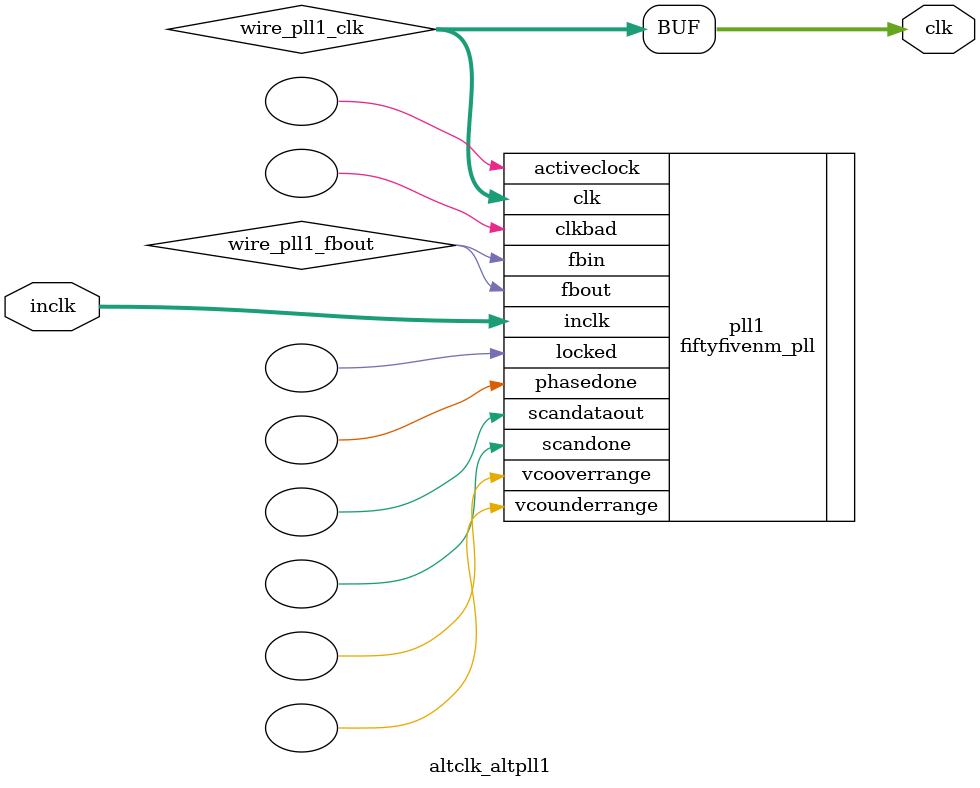
<source format=v>






//synthesis_resources = fiftyfivenm_pll 1 
//synopsys translate_off
`timescale 1 ps / 1 ps
//synopsys translate_on
module  altclk_altpll1
	( 
	clk,
	inclk) /* synthesis synthesis_clearbox=1 */;
	output   [4:0]  clk;
	input   [1:0]  inclk;
`ifndef ALTERA_RESERVED_QIS
// synopsys translate_off
`endif
	tri0   [1:0]  inclk;
`ifndef ALTERA_RESERVED_QIS
// synopsys translate_on
`endif

	wire  [4:0]   wire_pll1_clk;
	wire  wire_pll1_fbout;

	fiftyfivenm_pll   pll1
	( 
	.activeclock(),
	.clk(wire_pll1_clk),
	.clkbad(),
	.fbin(wire_pll1_fbout),
	.fbout(wire_pll1_fbout),
	.inclk(inclk),
	.locked(),
	.phasedone(),
	.scandataout(),
	.scandone(),
	.vcooverrange(),
	.vcounderrange()
	`ifndef FORMAL_VERIFICATION
	// synopsys translate_off
	`endif
	,
	.areset(1'b0),
	.clkswitch(1'b0),
	.configupdate(1'b0),
	.pfdena(1'b1),
	.phasecounterselect({3{1'b0}}),
	.phasestep(1'b0),
	.phaseupdown(1'b0),
	.scanclk(1'b0),
	.scanclkena(1'b1),
	.scandata(1'b0)
	`ifndef FORMAL_VERIFICATION
	// synopsys translate_on
	`endif
	);
	defparam
		pll1.bandwidth_type = "auto",
		pll1.clk0_divide_by = 3125,
		pll1.clk0_duty_cycle = 50,
		pll1.clk0_multiply_by = 192,
		pll1.clk0_phase_shift = "0",
		pll1.compensate_clock = "clk0",
		pll1.inclk0_input_frequency = 20000,
		pll1.operation_mode = "source_synchronous",
		pll1.pll_type = "auto",
		pll1.lpm_type = "fiftyfivenm_pll";
	assign
		clk = {wire_pll1_clk[4:0]};
endmodule //altclk_altpll1
//VALID FILE

</source>
